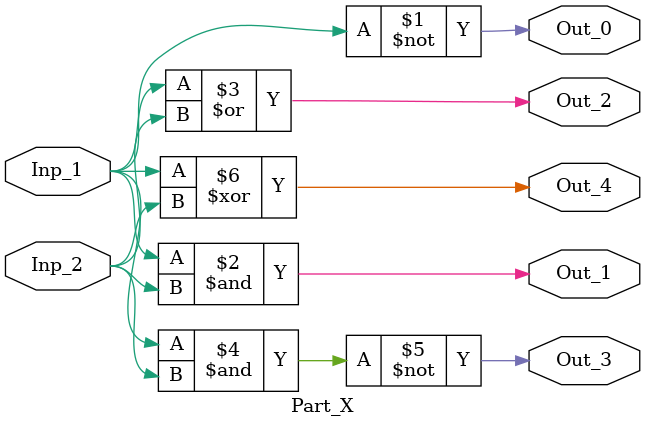
<source format=v>
`timescale 1ns / 1ps

module Part_X(
input wire Inp_1,
input wire Inp_2,
output wire Out_0,
output wire Out_1,
output wire Out_2,
output wire Out_3,
output wire Out_4
);
assign Out_0 = ~Inp_1;
assign Out_1 = Inp_1 & Inp_2;
assign Out_2 = Inp_1 | Inp_2;
assign Out_3 = ~(Inp_1 & Inp_2);
assign Out_4 = Inp_1 ^ Inp_2;
endmodule
</source>
